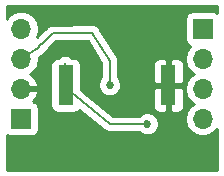
<source format=gbr>
G04 #@! TF.GenerationSoftware,KiCad,Pcbnew,(5.0.1)-4*
G04 #@! TF.CreationDate,2019-02-09T15:25:37-05:00*
G04 #@! TF.ProjectId,noname.kicad_pcb_V1_2,6E6F6E616D652E6B696361645F706362,rev?*
G04 #@! TF.SameCoordinates,Original*
G04 #@! TF.FileFunction,Copper,L2,Bot,Signal*
G04 #@! TF.FilePolarity,Positive*
%FSLAX46Y46*%
G04 Gerber Fmt 4.6, Leading zero omitted, Abs format (unit mm)*
G04 Created by KiCad (PCBNEW (5.0.1)-4) date 2/9/2019 3:25:37 PM*
%MOMM*%
%LPD*%
G01*
G04 APERTURE LIST*
G04 #@! TA.AperFunction,SMDPad,CuDef*
%ADD10R,1.300000X3.400000*%
G04 #@! TD*
G04 #@! TA.AperFunction,ComponentPad*
%ADD11O,1.700000X1.700000*%
G04 #@! TD*
G04 #@! TA.AperFunction,ComponentPad*
%ADD12R,1.700000X1.700000*%
G04 #@! TD*
G04 #@! TA.AperFunction,ViaPad*
%ADD13C,0.800000*%
G04 #@! TD*
G04 #@! TA.AperFunction,ViaPad*
%ADD14C,0.685800*%
G04 #@! TD*
G04 #@! TA.AperFunction,Conductor*
%ADD15C,0.250000*%
G04 #@! TD*
G04 #@! TA.AperFunction,Conductor*
%ADD16C,0.152400*%
G04 #@! TD*
G04 #@! TA.AperFunction,Conductor*
%ADD17C,0.254000*%
G04 #@! TD*
G04 APERTURE END LIST*
D10*
G04 #@! TO.P,LS1,2*
G04 #@! TO.N,PB4*
X104233480Y-57495440D03*
G04 #@! TO.P,LS1,1*
G04 #@! TO.N,GND*
X112933480Y-57495440D03*
G04 #@! TD*
D11*
G04 #@! TO.P,J1,4*
G04 #@! TO.N,PB0*
X100457000Y-52705000D03*
G04 #@! TO.P,J1,3*
G04 #@! TO.N,Reset*
X100457000Y-55245000D03*
G04 #@! TO.P,J1,2*
G04 #@! TO.N,GND*
X100457000Y-57785000D03*
D12*
G04 #@! TO.P,J1,1*
G04 #@! TO.N,+2V8*
X100457000Y-60325000D03*
G04 #@! TD*
D11*
G04 #@! TO.P,J2,4*
G04 #@! TO.N,PB4*
X115824000Y-60325000D03*
G04 #@! TO.P,J2,3*
G04 #@! TO.N,PB3*
X115824000Y-57785000D03*
G04 #@! TO.P,J2,2*
G04 #@! TO.N,PB2*
X115824000Y-55245000D03*
D12*
G04 #@! TO.P,J2,1*
G04 #@! TO.N,PB1*
X115824000Y-52705000D03*
G04 #@! TD*
D13*
G04 #@! TO.N,GND*
X115951000Y-63246000D03*
X109220000Y-62738000D03*
X105727500Y-54800500D03*
X113174780Y-60424060D03*
D14*
G04 #@! TO.N,PB4*
X111125000Y-60769500D03*
G04 #@! TO.N,Reset*
X107950000Y-57467500D03*
G04 #@! TD*
D15*
G04 #@! TO.N,GND*
X112892840Y-55615840D02*
X112840000Y-55626000D01*
D16*
G04 #@! TO.N,PB4*
X104140000Y-56676000D02*
X104140000Y-55626000D01*
X104140000Y-57658000D02*
X104140000Y-56676000D01*
X111125000Y-60769500D02*
X108013500Y-60769500D01*
X108013500Y-60769500D02*
X104140000Y-57658000D01*
G04 #@! TO.N,Reset*
X107950000Y-55435500D02*
X107950000Y-57467500D01*
X101899720Y-54317900D02*
X102090220Y-54127400D01*
X100457000Y-55245000D02*
X101899720Y-54317900D01*
X102090220Y-54127400D02*
X102306120Y-53886100D01*
X102306120Y-53886100D02*
X103126540Y-53063140D01*
X103126540Y-53063140D02*
X106497120Y-53045360D01*
X106497120Y-53045360D02*
X107950000Y-55435500D01*
G04 #@! TD*
D17*
G04 #@! TO.N,GND*
G36*
X117054961Y-51345842D02*
X116921765Y-51256843D01*
X116674000Y-51207560D01*
X114974000Y-51207560D01*
X114726235Y-51256843D01*
X114516191Y-51397191D01*
X114375843Y-51607235D01*
X114326560Y-51855000D01*
X114326560Y-53555000D01*
X114375843Y-53802765D01*
X114516191Y-54012809D01*
X114726235Y-54153157D01*
X114771619Y-54162184D01*
X114753375Y-54174375D01*
X114425161Y-54665582D01*
X114309908Y-55245000D01*
X114425161Y-55824418D01*
X114753375Y-56315625D01*
X115051761Y-56515000D01*
X114753375Y-56714375D01*
X114425161Y-57205582D01*
X114309908Y-57785000D01*
X114425161Y-58364418D01*
X114753375Y-58855625D01*
X115051761Y-59055000D01*
X114753375Y-59254375D01*
X114425161Y-59745582D01*
X114309908Y-60325000D01*
X114425161Y-60904418D01*
X114753375Y-61395625D01*
X115244582Y-61723839D01*
X115677744Y-61810000D01*
X115970256Y-61810000D01*
X116403418Y-61723839D01*
X116894625Y-61395625D01*
X117054960Y-61155666D01*
X117054960Y-64695400D01*
X99246360Y-64695400D01*
X99246360Y-61697736D01*
X99359235Y-61773157D01*
X99607000Y-61822440D01*
X101307000Y-61822440D01*
X101554765Y-61773157D01*
X101764809Y-61632809D01*
X101905157Y-61422765D01*
X101954440Y-61175000D01*
X101954440Y-59475000D01*
X101905157Y-59227235D01*
X101764809Y-59017191D01*
X101554765Y-58876843D01*
X101451292Y-58856261D01*
X101728645Y-58551924D01*
X101898476Y-58141890D01*
X101777155Y-57912000D01*
X100584000Y-57912000D01*
X100584000Y-57932000D01*
X100330000Y-57932000D01*
X100330000Y-57912000D01*
X100310000Y-57912000D01*
X100310000Y-57658000D01*
X100330000Y-57658000D01*
X100330000Y-57638000D01*
X100584000Y-57638000D01*
X100584000Y-57658000D01*
X101777155Y-57658000D01*
X101898476Y-57428110D01*
X101728645Y-57018076D01*
X101338358Y-56589817D01*
X101208522Y-56528843D01*
X101527625Y-56315625D01*
X101855839Y-55824418D01*
X101861603Y-55795440D01*
X102936040Y-55795440D01*
X102936040Y-59195440D01*
X102985323Y-59443205D01*
X103125671Y-59653249D01*
X103335715Y-59793597D01*
X103583480Y-59842880D01*
X104883480Y-59842880D01*
X105131245Y-59793597D01*
X105341289Y-59653249D01*
X105392614Y-59576437D01*
X107482890Y-61255512D01*
X107500754Y-61282246D01*
X107592430Y-61343502D01*
X107622718Y-61367832D01*
X107650539Y-61382329D01*
X107736004Y-61439436D01*
X107775017Y-61447196D01*
X107810292Y-61465578D01*
X107912682Y-61474579D01*
X107943454Y-61480700D01*
X107982309Y-61480700D01*
X108092138Y-61490355D01*
X108122805Y-61480700D01*
X110453241Y-61480700D01*
X110571064Y-61598523D01*
X110930484Y-61747400D01*
X111319516Y-61747400D01*
X111678936Y-61598523D01*
X111954023Y-61323436D01*
X112102900Y-60964016D01*
X112102900Y-60574984D01*
X111954023Y-60215564D01*
X111678936Y-59940477D01*
X111319516Y-59791600D01*
X110930484Y-59791600D01*
X110571064Y-59940477D01*
X110453241Y-60058300D01*
X108263773Y-60058300D01*
X105530920Y-57863058D01*
X105530920Y-55795440D01*
X105481637Y-55547675D01*
X105341289Y-55337631D01*
X105131245Y-55197283D01*
X104883480Y-55148000D01*
X104675963Y-55148000D01*
X104652746Y-55113254D01*
X104417496Y-54956064D01*
X104140000Y-54900867D01*
X103862505Y-54956064D01*
X103627255Y-55113254D01*
X103604038Y-55148000D01*
X103583480Y-55148000D01*
X103335715Y-55197283D01*
X103125671Y-55337631D01*
X102985323Y-55547675D01*
X102936040Y-55795440D01*
X101861603Y-55795440D01*
X101971092Y-55245000D01*
X101948591Y-55131879D01*
X102170744Y-54989122D01*
X102177216Y-54987835D01*
X102289516Y-54912799D01*
X102343127Y-54878348D01*
X102347748Y-54873889D01*
X102353084Y-54870324D01*
X102398113Y-54825295D01*
X102495342Y-54731484D01*
X102497977Y-54725431D01*
X102557641Y-54665767D01*
X102573529Y-54653825D01*
X102607071Y-54616337D01*
X102642644Y-54580764D01*
X102653687Y-54564237D01*
X102823349Y-54374615D01*
X103423324Y-53772784D01*
X106098431Y-53758672D01*
X107238800Y-55634699D01*
X107238801Y-56795740D01*
X107120977Y-56913564D01*
X106972100Y-57272984D01*
X106972100Y-57662016D01*
X107120977Y-58021436D01*
X107396064Y-58296523D01*
X107755484Y-58445400D01*
X108144516Y-58445400D01*
X108503936Y-58296523D01*
X108779023Y-58021436D01*
X108878536Y-57781190D01*
X111648480Y-57781190D01*
X111648480Y-59321750D01*
X111745153Y-59555139D01*
X111923782Y-59733767D01*
X112157171Y-59830440D01*
X112647730Y-59830440D01*
X112806480Y-59671690D01*
X112806480Y-57622440D01*
X113060480Y-57622440D01*
X113060480Y-59671690D01*
X113219230Y-59830440D01*
X113709789Y-59830440D01*
X113943178Y-59733767D01*
X114121807Y-59555139D01*
X114218480Y-59321750D01*
X114218480Y-57781190D01*
X114059730Y-57622440D01*
X113060480Y-57622440D01*
X112806480Y-57622440D01*
X111807230Y-57622440D01*
X111648480Y-57781190D01*
X108878536Y-57781190D01*
X108927900Y-57662016D01*
X108927900Y-57272984D01*
X108779023Y-56913564D01*
X108661200Y-56795741D01*
X108661200Y-55669130D01*
X111648480Y-55669130D01*
X111648480Y-57209690D01*
X111807230Y-57368440D01*
X112806480Y-57368440D01*
X112806480Y-55319190D01*
X113060480Y-55319190D01*
X113060480Y-57368440D01*
X114059730Y-57368440D01*
X114218480Y-57209690D01*
X114218480Y-55669130D01*
X114121807Y-55435741D01*
X113943178Y-55257113D01*
X113709789Y-55160440D01*
X113219230Y-55160440D01*
X113060480Y-55319190D01*
X112806480Y-55319190D01*
X112647730Y-55160440D01*
X112157171Y-55160440D01*
X111923782Y-55257113D01*
X111745153Y-55435741D01*
X111648480Y-55669130D01*
X108661200Y-55669130D01*
X108661200Y-55450718D01*
X108666608Y-55324640D01*
X108636866Y-55243119D01*
X108619936Y-55158004D01*
X108549824Y-55053075D01*
X107169130Y-52781690D01*
X107165582Y-52764334D01*
X107095959Y-52661316D01*
X107068466Y-52616088D01*
X107056802Y-52603379D01*
X107007154Y-52529917D01*
X106962024Y-52500105D01*
X106925450Y-52460253D01*
X106845064Y-52422843D01*
X106771078Y-52373970D01*
X106717969Y-52363697D01*
X106668933Y-52340877D01*
X106580351Y-52337077D01*
X106563413Y-52333801D01*
X106510479Y-52334080D01*
X106386261Y-52328752D01*
X106369620Y-52334823D01*
X103194172Y-52351574D01*
X103125419Y-52338009D01*
X103054083Y-52352313D01*
X103052744Y-52352320D01*
X102985477Y-52366069D01*
X102848008Y-52393634D01*
X102846862Y-52394403D01*
X102845514Y-52394678D01*
X102729657Y-52472978D01*
X102672322Y-52511417D01*
X102671372Y-52512370D01*
X102611097Y-52553106D01*
X102572474Y-52611574D01*
X101838260Y-53348063D01*
X101822811Y-53359675D01*
X101788898Y-53397578D01*
X101762606Y-53423952D01*
X101855839Y-53284418D01*
X101971092Y-52705000D01*
X101855839Y-52125582D01*
X101527625Y-51634375D01*
X101036418Y-51306161D01*
X100603256Y-51220000D01*
X100310744Y-51220000D01*
X99877582Y-51306161D01*
X99386375Y-51634375D01*
X99246360Y-51843922D01*
X99246360Y-50778080D01*
X117054961Y-50778080D01*
X117054961Y-51345842D01*
X117054961Y-51345842D01*
G37*
X117054961Y-51345842D02*
X116921765Y-51256843D01*
X116674000Y-51207560D01*
X114974000Y-51207560D01*
X114726235Y-51256843D01*
X114516191Y-51397191D01*
X114375843Y-51607235D01*
X114326560Y-51855000D01*
X114326560Y-53555000D01*
X114375843Y-53802765D01*
X114516191Y-54012809D01*
X114726235Y-54153157D01*
X114771619Y-54162184D01*
X114753375Y-54174375D01*
X114425161Y-54665582D01*
X114309908Y-55245000D01*
X114425161Y-55824418D01*
X114753375Y-56315625D01*
X115051761Y-56515000D01*
X114753375Y-56714375D01*
X114425161Y-57205582D01*
X114309908Y-57785000D01*
X114425161Y-58364418D01*
X114753375Y-58855625D01*
X115051761Y-59055000D01*
X114753375Y-59254375D01*
X114425161Y-59745582D01*
X114309908Y-60325000D01*
X114425161Y-60904418D01*
X114753375Y-61395625D01*
X115244582Y-61723839D01*
X115677744Y-61810000D01*
X115970256Y-61810000D01*
X116403418Y-61723839D01*
X116894625Y-61395625D01*
X117054960Y-61155666D01*
X117054960Y-64695400D01*
X99246360Y-64695400D01*
X99246360Y-61697736D01*
X99359235Y-61773157D01*
X99607000Y-61822440D01*
X101307000Y-61822440D01*
X101554765Y-61773157D01*
X101764809Y-61632809D01*
X101905157Y-61422765D01*
X101954440Y-61175000D01*
X101954440Y-59475000D01*
X101905157Y-59227235D01*
X101764809Y-59017191D01*
X101554765Y-58876843D01*
X101451292Y-58856261D01*
X101728645Y-58551924D01*
X101898476Y-58141890D01*
X101777155Y-57912000D01*
X100584000Y-57912000D01*
X100584000Y-57932000D01*
X100330000Y-57932000D01*
X100330000Y-57912000D01*
X100310000Y-57912000D01*
X100310000Y-57658000D01*
X100330000Y-57658000D01*
X100330000Y-57638000D01*
X100584000Y-57638000D01*
X100584000Y-57658000D01*
X101777155Y-57658000D01*
X101898476Y-57428110D01*
X101728645Y-57018076D01*
X101338358Y-56589817D01*
X101208522Y-56528843D01*
X101527625Y-56315625D01*
X101855839Y-55824418D01*
X101861603Y-55795440D01*
X102936040Y-55795440D01*
X102936040Y-59195440D01*
X102985323Y-59443205D01*
X103125671Y-59653249D01*
X103335715Y-59793597D01*
X103583480Y-59842880D01*
X104883480Y-59842880D01*
X105131245Y-59793597D01*
X105341289Y-59653249D01*
X105392614Y-59576437D01*
X107482890Y-61255512D01*
X107500754Y-61282246D01*
X107592430Y-61343502D01*
X107622718Y-61367832D01*
X107650539Y-61382329D01*
X107736004Y-61439436D01*
X107775017Y-61447196D01*
X107810292Y-61465578D01*
X107912682Y-61474579D01*
X107943454Y-61480700D01*
X107982309Y-61480700D01*
X108092138Y-61490355D01*
X108122805Y-61480700D01*
X110453241Y-61480700D01*
X110571064Y-61598523D01*
X110930484Y-61747400D01*
X111319516Y-61747400D01*
X111678936Y-61598523D01*
X111954023Y-61323436D01*
X112102900Y-60964016D01*
X112102900Y-60574984D01*
X111954023Y-60215564D01*
X111678936Y-59940477D01*
X111319516Y-59791600D01*
X110930484Y-59791600D01*
X110571064Y-59940477D01*
X110453241Y-60058300D01*
X108263773Y-60058300D01*
X105530920Y-57863058D01*
X105530920Y-55795440D01*
X105481637Y-55547675D01*
X105341289Y-55337631D01*
X105131245Y-55197283D01*
X104883480Y-55148000D01*
X104675963Y-55148000D01*
X104652746Y-55113254D01*
X104417496Y-54956064D01*
X104140000Y-54900867D01*
X103862505Y-54956064D01*
X103627255Y-55113254D01*
X103604038Y-55148000D01*
X103583480Y-55148000D01*
X103335715Y-55197283D01*
X103125671Y-55337631D01*
X102985323Y-55547675D01*
X102936040Y-55795440D01*
X101861603Y-55795440D01*
X101971092Y-55245000D01*
X101948591Y-55131879D01*
X102170744Y-54989122D01*
X102177216Y-54987835D01*
X102289516Y-54912799D01*
X102343127Y-54878348D01*
X102347748Y-54873889D01*
X102353084Y-54870324D01*
X102398113Y-54825295D01*
X102495342Y-54731484D01*
X102497977Y-54725431D01*
X102557641Y-54665767D01*
X102573529Y-54653825D01*
X102607071Y-54616337D01*
X102642644Y-54580764D01*
X102653687Y-54564237D01*
X102823349Y-54374615D01*
X103423324Y-53772784D01*
X106098431Y-53758672D01*
X107238800Y-55634699D01*
X107238801Y-56795740D01*
X107120977Y-56913564D01*
X106972100Y-57272984D01*
X106972100Y-57662016D01*
X107120977Y-58021436D01*
X107396064Y-58296523D01*
X107755484Y-58445400D01*
X108144516Y-58445400D01*
X108503936Y-58296523D01*
X108779023Y-58021436D01*
X108878536Y-57781190D01*
X111648480Y-57781190D01*
X111648480Y-59321750D01*
X111745153Y-59555139D01*
X111923782Y-59733767D01*
X112157171Y-59830440D01*
X112647730Y-59830440D01*
X112806480Y-59671690D01*
X112806480Y-57622440D01*
X113060480Y-57622440D01*
X113060480Y-59671690D01*
X113219230Y-59830440D01*
X113709789Y-59830440D01*
X113943178Y-59733767D01*
X114121807Y-59555139D01*
X114218480Y-59321750D01*
X114218480Y-57781190D01*
X114059730Y-57622440D01*
X113060480Y-57622440D01*
X112806480Y-57622440D01*
X111807230Y-57622440D01*
X111648480Y-57781190D01*
X108878536Y-57781190D01*
X108927900Y-57662016D01*
X108927900Y-57272984D01*
X108779023Y-56913564D01*
X108661200Y-56795741D01*
X108661200Y-55669130D01*
X111648480Y-55669130D01*
X111648480Y-57209690D01*
X111807230Y-57368440D01*
X112806480Y-57368440D01*
X112806480Y-55319190D01*
X113060480Y-55319190D01*
X113060480Y-57368440D01*
X114059730Y-57368440D01*
X114218480Y-57209690D01*
X114218480Y-55669130D01*
X114121807Y-55435741D01*
X113943178Y-55257113D01*
X113709789Y-55160440D01*
X113219230Y-55160440D01*
X113060480Y-55319190D01*
X112806480Y-55319190D01*
X112647730Y-55160440D01*
X112157171Y-55160440D01*
X111923782Y-55257113D01*
X111745153Y-55435741D01*
X111648480Y-55669130D01*
X108661200Y-55669130D01*
X108661200Y-55450718D01*
X108666608Y-55324640D01*
X108636866Y-55243119D01*
X108619936Y-55158004D01*
X108549824Y-55053075D01*
X107169130Y-52781690D01*
X107165582Y-52764334D01*
X107095959Y-52661316D01*
X107068466Y-52616088D01*
X107056802Y-52603379D01*
X107007154Y-52529917D01*
X106962024Y-52500105D01*
X106925450Y-52460253D01*
X106845064Y-52422843D01*
X106771078Y-52373970D01*
X106717969Y-52363697D01*
X106668933Y-52340877D01*
X106580351Y-52337077D01*
X106563413Y-52333801D01*
X106510479Y-52334080D01*
X106386261Y-52328752D01*
X106369620Y-52334823D01*
X103194172Y-52351574D01*
X103125419Y-52338009D01*
X103054083Y-52352313D01*
X103052744Y-52352320D01*
X102985477Y-52366069D01*
X102848008Y-52393634D01*
X102846862Y-52394403D01*
X102845514Y-52394678D01*
X102729657Y-52472978D01*
X102672322Y-52511417D01*
X102671372Y-52512370D01*
X102611097Y-52553106D01*
X102572474Y-52611574D01*
X101838260Y-53348063D01*
X101822811Y-53359675D01*
X101788898Y-53397578D01*
X101762606Y-53423952D01*
X101855839Y-53284418D01*
X101971092Y-52705000D01*
X101855839Y-52125582D01*
X101527625Y-51634375D01*
X101036418Y-51306161D01*
X100603256Y-51220000D01*
X100310744Y-51220000D01*
X99877582Y-51306161D01*
X99386375Y-51634375D01*
X99246360Y-51843922D01*
X99246360Y-50778080D01*
X117054961Y-50778080D01*
X117054961Y-51345842D01*
G04 #@! TD*
M02*

</source>
